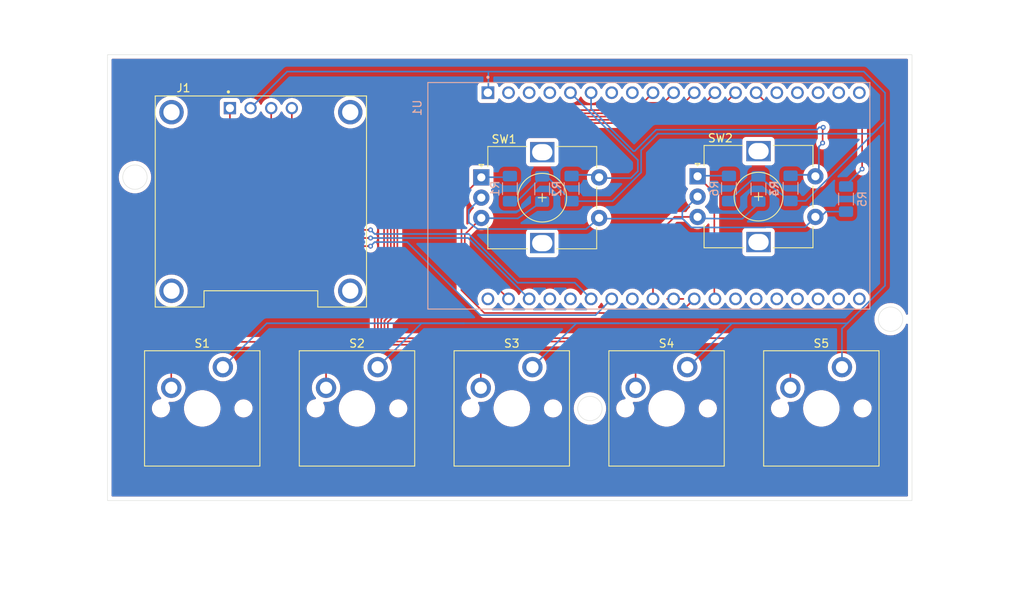
<source format=kicad_pcb>
(kicad_pcb (version 20240108) (generator "pcbnew") (generator_version "8.0")
  (layers (0 "F.Cu" signal) (31 "B.Cu" signal) (34 "B.Paste" user) (35 "F.Paste" user) (36 "B.SilkS" user "B.Silkscreen") (37 "F.SilkS" user "F.Silkscreen") (38 "B.Mask" user) (39 "F.Mask" user) (44 "Edge.Cuts" user))
  (net 0 "")
  (net 1 "Net-(U1-GND1)")
  (net 2 "ROTARY2_CLK")
  (net 3 "ROTARY1_CLK")
  (net 4 "ROTARY1_DT")
  (net 5 "Net-(U1-IO12)")
  (net 6 "Net-(U1-IO25)")
  (net 7 "Net-(J1-SCL)")
  (net 8 "Net-(J1-SDA)")
  (net 9 "Net-(J1-GND)")
  (net 10 "Net-(U1-IO26)")
  (net 20 "Net-(U1-IO27)")
  (net 24 "Net-(U1-IO14)")
  (net 30 "Net-(R5-Pad1)")
  (net 36 "ROTARY1_SW")
  (net 37 "ROTARY2_SW")
  (net 38 "Net-(J1-VCC)")
  (net 39 "ROTARY2_DT")
  (footprint "Rotary_Encoder:RotaryEncoder_Alps_EC12E-Switch_Vertical_H20mm" (layer "F.Cu") (at 114.13 101.03)
    (property "Reference" "SW1" (at 2.8 -4.7 0) (layer "F.SilkS"))
    (property "Value" "RotaryEncoder_Switch")
    (fp_line (start -0.3 -1.6) (end 0.3 -1.6) (stroke (width 0.12)) (layer "F.SilkS"))
    (fp_line (start 0 -1.3) (end -0.3 -1.6) (stroke (width 0.12)) (layer "F.SilkS"))
    (fp_line (start 0.3 -1.6) (end 0 -1.3) (stroke (width 0.12)) (layer "F.SilkS"))
    (fp_line (start 0.8 -3.8) (end 0.8 -1.3) (stroke (width 0.12)) (layer "F.SilkS"))
    (fp_line (start 0.8 8.8) (end 0.8 6) (stroke (width 0.12)) (layer "F.SilkS"))
    (fp_line (start 5.6 -3.8) (end 0.8 -3.8) (stroke (width 0.12)) (layer "F.SilkS"))
    (fp_line (start 5.7 8.8) (end 0.8 8.8) (stroke (width 0.12)) (layer "F.SilkS"))
    (fp_line (start 7 2.5) (end 8 2.5) (stroke (width 0.12)) (layer "F.SilkS"))
    (fp_line (start 7.5 2) (end 7.5 3) (stroke (width 0.12)) (layer "F.SilkS"))
    (fp_line (start 9.3 -3.8) (end 14.2 -3.8) (stroke (width 0.12)) (layer "F.SilkS"))
    (fp_line (start 14.2 -3.8) (end 14.2 -1.2) (stroke (width 0.12)) (layer "F.SilkS"))
    (fp_line (start 14.2 1.2) (end 14.2 3.8) (stroke (width 0.12)) (layer "F.SilkS"))
    (fp_line (start 14.2 6.2) (end 14.2 8.8) (stroke (width 0.12)) (layer "F.SilkS"))
    (fp_line (start 14.2 8.8) (end 9.3 8.8) (stroke (width 0.12)) (layer "F.SilkS"))
    (fp_circle (center 7.5 2.5) (end 10.5 2.5) (stroke (width 0.12)) (fill none) (layer "F.SilkS"))
    (pad "A" thru_hole rect (at 0 0) (size 2 2) (drill 1) (layers "*.Cu" "*.Mask") (net 3 "ROTARY1_CLK"))
    (pad "B" thru_hole circle (at 0 5) (size 2 2) (drill 1) (layers "*.Cu" "*.Mask") (net 4 "ROTARY1_DT"))
    (pad "C" thru_hole circle (at 0 2.5) (size 2 2) (drill 1) (layers "*.Cu" "*.Mask") (net 30 "Net-(R5-Pad1)"))
    (pad "MP" thru_hole rect (at 7.5 -3.1) (size 3 2.5) (drill oval 2.5 2) (layers "*.Cu" "*.Mask"))
    (pad "MP" thru_hole rect (at 7.5 8.1) (size 3 2.5) (drill oval 2.5 2) (layers "*.Cu" "*.Mask"))
    (pad "S1" thru_hole circle (at 14.5 0) (size 2 2) (drill 1) (layers "*.Cu" "*.Mask") (net 36 "ROTARY1_SW"))
    (pad "S2" thru_hole circle (at 14.5 5) (size 2 2) (drill 1) (layers "*.Cu" "*.Mask") (net 30 "Net-(R5-Pad1)"))
  )
  (footprint "ScottoKeebs_MX:MX_PCB_1.00u" (layer "F.Cu") (at 117.88 129.49)
    (property "Reference" "S3" (at 0 -8 0) (layer "F.SilkS"))
    (property "Value" "Keyswitch")
    (fp_line (start -7.1 -7.1) (end -7.1 7.1) (stroke (width 0.12)) (layer "F.SilkS"))
    (fp_line (start -7.1 7.1) (end 7.1 7.1) (stroke (width 0.12)) (layer "F.SilkS"))
    (fp_line (start 7.1 -7.1) (end -7.1 -7.1) (stroke (width 0.12)) (layer "F.SilkS"))
    (fp_line (start 7.1 7.1) (end 7.1 -7.1) (stroke (width 0.12)) (layer "F.SilkS"))
    (pad "" np_thru_hole circle (at -5.08 0) (size 1.75 1.75) (drill 1.75) (layers "*.Cu" "*.Mask"))
    (pad "" np_thru_hole circle (at 0 0) (size 4 4) (drill 4) (layers "*.Cu" "*.Mask"))
    (pad "" np_thru_hole circle (at 5.08 0) (size 1.75 1.75) (drill 1.75) (layers "*.Cu" "*.Mask"))
    (pad "1" thru_hole circle (at -3.81 -2.54) (size 2.5 2.5) (drill 1.5) (layers "*.Cu" "*.Mask") (net 20 "Net-(U1-IO27)"))
    (pad "2" thru_hole circle (at 2.54 -5.08) (size 2.5 2.5) (drill 1.5) (layers "*.Cu" "*.Mask") (net 38 "Net-(J1-VCC)"))
  )
  (footprint "ScottoKeebs_MX:MX_PCB_1.00u" (layer "F.Cu") (at 98.83 129.49)
    (property "Reference" "S2" (at 0 -8 0) (layer "F.SilkS"))
    (property "Value" "Keyswitch")
    (fp_line (start -7.1 -7.1) (end -7.1 7.1) (stroke (width 0.12)) (layer "F.SilkS"))
    (fp_line (start -7.1 7.1) (end 7.1 7.1) (stroke (width 0.12)) (layer "F.SilkS"))
    (fp_line (start 7.1 -7.1) (end -7.1 -7.1) (stroke (width 0.12)) (layer "F.SilkS"))
    (fp_line (start 7.1 7.1) (end 7.1 -7.1) (stroke (width 0.12)) (layer "F.SilkS"))
    (pad "" np_thru_hole circle (at -5.08 0) (size 1.75 1.75) (drill 1.75) (layers "*.Cu" "*.Mask"))
    (pad "" np_thru_hole circle (at 0 0) (size 4 4) (drill 4) (layers "*.Cu" "*.Mask"))
    (pad "" np_thru_hole circle (at 5.08 0) (size 1.75 1.75) (drill 1.75) (layers "*.Cu" "*.Mask"))
    (pad "1" thru_hole circle (at -3.81 -2.54) (size 2.5 2.5) (drill 1.5) (layers "*.Cu" "*.Mask") (net 10 "Net-(U1-IO26)"))
    (pad "2" thru_hole circle (at 2.54 -5.08) (size 2.5 2.5) (drill 1.5) (layers "*.Cu" "*.Mask") (net 38 "Net-(J1-VCC)"))
  )
  (footprint "ScottoKeebs_MX:MX_PCB_1.00u" (layer "F.Cu") (at 79.78 129.49)
    (property "Reference" "S1" (at 0 -8 0) (layer "F.SilkS"))
    (property "Value" "Keyswitch")
    (fp_line (start -7.1 -7.1) (end -7.1 7.1) (stroke (width 0.12)) (layer "F.SilkS"))
    (fp_line (start -7.1 7.1) (end 7.1 7.1) (stroke (width 0.12)) (layer "F.SilkS"))
    (fp_line (start 7.1 -7.1) (end -7.1 -7.1) (stroke (width 0.12)) (layer "F.SilkS"))
    (fp_line (start 7.1 7.1) (end 7.1 -7.1) (stroke (width 0.12)) (layer "F.SilkS"))
    (pad "" np_thru_hole circle (at -5.08 0) (size 1.75 1.75) (drill 1.75) (layers "*.Cu" "*.Mask"))
    (pad "" np_thru_hole circle (at 0 0) (size 4 4) (drill 4) (layers "*.Cu" "*.Mask"))
    (pad "" np_thru_hole circle (at 5.08 0) (size 1.75 1.75) (drill 1.75) (layers "*.Cu" "*.Mask"))
    (pad "1" thru_hole circle (at -3.81 -2.54) (size 2.5 2.5) (drill 1.5) (layers "*.Cu" "*.Mask") (net 6 "Net-(U1-IO25)"))
    (pad "2" thru_hole circle (at 2.54 -5.08) (size 2.5 2.5) (drill 1.5) (layers "*.Cu" "*.Mask") (net 38 "Net-(J1-VCC)"))
  )
  (footprint "ScottoKeebs_MX:MX_PCB_1.00u" (layer "F.Cu") (at 136.93 129.49)
    (property "Reference" "S4" (at 0 -8 0) (layer "F.SilkS"))
    (property "Value" "Keyswitch")
    (fp_line (start -7.1 -7.1) (end -7.1 7.1) (stroke (width 0.12)) (layer "F.SilkS"))
    (fp_line (start -7.1 7.1) (end 7.1 7.1) (stroke (width 0.12)) (layer "F.SilkS"))
    (fp_line (start 7.1 -7.1) (end -7.1 -7.1) (stroke (width 0.12)) (layer "F.SilkS"))
    (fp_line (start 7.1 7.1) (end 7.1 -7.1) (stroke (width 0.12)) (layer "F.SilkS"))
    (pad "" np_thru_hole circle (at -5.08 0) (size 1.75 1.75) (drill 1.75) (layers "*.Cu" "*.Mask"))
    (pad "" np_thru_hole circle (at 0 0) (size 4 4) (drill 4) (layers "*.Cu" "*.Mask"))
    (pad "" np_thru_hole circle (at 5.08 0) (size 1.75 1.75) (drill 1.75) (layers "*.Cu" "*.Mask"))
    (pad "1" thru_hole circle (at -3.81 -2.54) (size 2.5 2.5) (drill 1.5) (layers "*.Cu" "*.Mask") (net 24 "Net-(U1-IO14)"))
    (pad "2" thru_hole circle (at 2.54 -5.08) (size 2.5 2.5) (drill 1.5) (layers "*.Cu" "*.Mask") (net 38 "Net-(J1-VCC)"))
  )
  (footprint "Rotary_Encoder:RotaryEncoder_Alps_EC12E-Switch_Vertical_H20mm" (layer "F.Cu") (at 140.75 100.9)
    (property "Reference" "SW2" (at 2.8 -4.7 0) (layer "F.SilkS"))
    (property "Value" "RotaryEncoder_Switch")
    (fp_line (start -0.3 -1.6) (end 0.3 -1.6) (stroke (width 0.12)) (layer "F.SilkS"))
    (fp_line (start 0 -1.3) (end -0.3 -1.6) (stroke (width 0.12)) (layer "F.SilkS"))
    (fp_line (start 0.3 -1.6) (end 0 -1.3) (stroke (width 0.12)) (layer "F.SilkS"))
    (fp_line (start 0.8 -3.8) (end 0.8 -1.3) (stroke (width 0.12)) (layer "F.SilkS"))
    (fp_line (start 0.8 8.8) (end 0.8 6) (stroke (width 0.12)) (layer "F.SilkS"))
    (fp_line (start 5.6 -3.8) (end 0.8 -3.8) (stroke (width 0.12)) (layer "F.SilkS"))
    (fp_line (start 5.7 8.8) (end 0.8 8.8) (stroke (width 0.12)) (layer "F.SilkS"))
    (fp_line (start 7 2.5) (end 8 2.5) (stroke (width 0.12)) (layer "F.SilkS"))
    (fp_line (start 7.5 2) (end 7.5 3) (stroke (width 0.12)) (layer "F.SilkS"))
    (fp_line (start 9.3 -3.8) (end 14.2 -3.8) (stroke (width 0.12)) (layer "F.SilkS"))
    (fp_line (start 14.2 -3.8) (end 14.2 -1.2) (stroke (width 0.12)) (layer "F.SilkS"))
    (fp_line (start 14.2 1.2) (end 14.2 3.8) (stroke (width 0.12)) (layer "F.SilkS"))
    (fp_line (start 14.2 6.2) (end 14.2 8.8) (stroke (width 0.12)) (layer "F.SilkS"))
    (fp_line (start 14.2 8.8) (end 9.3 8.8) (stroke (width 0.12)) (layer "F.SilkS"))
    (fp_circle (center 7.5 2.5) (end 10.5 2.5) (stroke (width 0.12)) (fill none) (layer "F.SilkS"))
    (pad "A" thru_hole rect (at 0 0) (size 2 2) (drill 1) (layers "*.Cu" "*.Mask") (net 2 "ROTARY2_CLK"))
    (pad "B" thru_hole circle (at 0 5) (size 2 2) (drill 1) (layers "*.Cu" "*.Mask") (net 39 "ROTARY2_DT"))
    (pad "C" thru_hole circle (at 0 2.5) (size 2 2) (drill 1) (layers "*.Cu" "*.Mask") (net 30 "Net-(R5-Pad1)"))
    (pad "MP" thru_hole rect (at 7.5 -3.1) (size 3 2.5) (drill oval 2.5 2) (layers "*.Cu" "*.Mask"))
    (pad "MP" thru_hole rect (at 7.5 8.1) (size 3 2.5) (drill oval 2.5 2) (layers "*.Cu" "*.Mask"))
    (pad "S1" thru_hole circle (at 14.5 0) (size 2 2) (drill 1) (layers "*.Cu" "*.Mask") (net 37 "ROTARY2_SW"))
    (pad "S2" thru_hole circle (at 14.5 5) (size 2 2) (drill 1) (layers "*.Cu" "*.Mask") (net 30 "Net-(R5-Pad1)"))
  )
  (footprint "DM-OLED096-636:MODULE_DM-OLED096-636" (layer "F.Cu") (at 87 104)
    (property "Reference" "J1" (at -9.525 -13.97 0) (layer "F.SilkS"))
    (property "Value" "OLED_128x64")
    (fp_line (start -13 -13) (end 13 -13) (stroke (width 0.127)) (layer "F.SilkS"))
    (fp_line (start -13 13) (end -13 -13) (stroke (width 0.127)) (layer "F.SilkS"))
    (fp_line (start -7 11) (end -7 13) (stroke (width 0.127)) (layer "F.SilkS"))
    (fp_line (start -7 13) (end -13 13) (stroke (width 0.127)) (layer "F.SilkS"))
    (fp_line (start 7 11) (end -7 11) (stroke (width 0.127)) (layer "F.SilkS"))
    (fp_line (start 7 13) (end 7 11) (stroke (width 0.127)) (layer "F.SilkS"))
    (fp_line (start 13 -13) (end 13 13) (stroke (width 0.127)) (layer "F.SilkS"))
    (fp_line (start 13 13) (end 7 13) (stroke (width 0.127)) (layer "F.SilkS"))
    (fp_circle (center -4 -13.5) (end -3.9 -13.5) (stroke (width 0.2)) (fill none) (layer "F.SilkS"))
    (pad "1" thru_hole rect (at -3.81 -11.5) (size 1.508 1.508) (drill 1) (layers "*.Cu" "*.Mask") (net 9 "Net-(J1-GND)"))
    (pad "2" thru_hole circle (at -1.27 -11.5) (size 1.508 1.508) (drill 1) (layers "*.Cu" "*.Mask") (net 38 "Net-(J1-VCC)"))
    (pad "3" thru_hole circle (at 1.27 -11.5) (size 1.508 1.508) (drill 1) (layers "*.Cu" "*.Mask") (net 7 "Net-(J1-SCL)"))
    (pad "4" thru_hole circle (at 3.81 -11.5) (size 1.508 1.508) (drill 1) (layers "*.Cu" "*.Mask") (net 8 "Net-(J1-SDA)"))
    (pad "S1" thru_hole circle (at -11 -11) (size 3 3) (drill 2) (layers "*.Cu" "*.Mask"))
    (pad "S2" thru_hole circle (at 11 -11) (size 3 3) (drill 2) (layers "*.Cu" "*.Mask"))
    (pad "S3" thru_hole circle (at 11 11) (size 3 3) (drill 2) (layers "*.Cu" "*.Mask"))
    (pad "S4" thru_hole circle (at -11 11) (size 3 3) (drill 2) (layers "*.Cu" "*.Mask"))
  )
  (footprint "ScottoKeebs_MX:MX_PCB_1.00u" (layer "F.Cu") (at 155.98 129.49)
    (property "Reference" "S5" (at 0 -8 0) (layer "F.SilkS"))
    (property "Value" "Keyswitch")
    (fp_line (start -7.1 -7.1) (end -7.1 7.1) (stroke (width 0.12)) (layer "F.SilkS"))
    (fp_line (start -7.1 7.1) (end 7.1 7.1) (stroke (width 0.12)) (layer "F.SilkS"))
    (fp_line (start 7.1 -7.1) (end -7.1 -7.1) (stroke (width 0.12)) (layer "F.SilkS"))
    (fp_line (start 7.1 7.1) (end 7.1 -7.1) (stroke (width 0.12)) (layer "F.SilkS"))
    (pad "" np_thru_hole circle (at -5.08 0) (size 1.75 1.75) (drill 1.75) (layers "*.Cu" "*.Mask"))
    (pad "" np_thru_hole circle (at 0 0) (size 4 4) (drill 4) (layers "*.Cu" "*.Mask"))
    (pad "" np_thru_hole circle (at 5.08 0) (size 1.75 1.75) (drill 1.75) (layers "*.Cu" "*.Mask"))
    (pad "1" thru_hole circle (at -3.81 -2.54) (size 2.5 2.5) (drill 1.5) (layers "*.Cu" "*.Mask") (net 5 "Net-(U1-IO12)"))
    (pad "2" thru_hole circle (at 2.54 -5.08) (size 2.5 2.5) (drill 1.5) (layers "*.Cu" "*.Mask") (net 38 "Net-(J1-VCC)"))
  )
  (footprint "Resistor_SMD:R_1206_3216Metric_Pad1.30x1.75mm_HandSolder" (layer "B.Cu") (at 117.65 102.42 -90)
    (property "Reference" "R1" (at 0 1.82 90) (layer "B.SilkS") (effects (justify mirror)))
    (property "Value" "R_Small_US")
    (fp_line (start 0.727064 0.91) (end -0.727064 0.91) (stroke (width 0.12)) (layer "B.SilkS"))
    (fp_line (start 0.727064 -0.91) (end -0.727064 -0.91) (stroke (width 0.12)) (layer "B.SilkS"))
    (pad "1" smd roundrect (at -1.55 0 270) (size 1.3 1.75) (layers "B.Cu" "B.Paste" "B.Mask") (roundrect_rratio 0.192308) (net 3 "ROTARY1_CLK"))
    (pad "2" smd roundrect (at 1.55 0 270) (size 1.3 1.75) (layers "B.Cu" "B.Paste" "B.Mask") (roundrect_rratio 0.192308) (net 38 "Net-(J1-VCC)"))
  )
  (footprint "Resistor_SMD:R_1206_3216Metric_Pad1.30x1.75mm_HandSolder" (layer "B.Cu") (at 152.19 102.38 -90)
    (property "Reference" "R3" (at 0 2 90) (layer "B.SilkS") (effects (justify mirror)))
    (property "Value" "R_Small_US")
    (fp_line (start 0.727064 0.91) (end -0.727064 0.91) (stroke (width 0.12)) (layer "B.SilkS"))
    (fp_line (start 0.727064 -0.91) (end -0.727064 -0.91) (stroke (width 0.12)) (layer "B.SilkS"))
    (pad "1" smd roundrect (at -1.55 0 270) (size 1.3 1.75) (layers "B.Cu" "B.Paste" "B.Mask") (roundrect_rratio 0.192308) (net 37 "ROTARY2_SW"))
    (pad "2" smd roundrect (at 1.55 0 270) (size 1.3 1.75) (layers "B.Cu" "B.Paste" "B.Mask") (roundrect_rratio 0.192308) (net 38 "Net-(J1-VCC)"))
  )
  (footprint "Resistor_SMD:R_1206_3216Metric_Pad1.30x1.75mm_HandSolder" (layer "B.Cu") (at 159.02 103.7 90)
    (property "Reference" "R5" (at 0 2 90) (layer "B.SilkS") (effects (justify mirror)))
    (property "Value" "R_Small_US")
    (fp_line (start 0.727064 -0.91) (end -0.727064 -0.91) (stroke (width 0.12)) (layer "B.SilkS"))
    (fp_line (start 0.727064 0.91) (end -0.727064 0.91) (stroke (width 0.12)) (layer "B.SilkS"))
    (pad "1" smd roundrect (at -1.55 0 90) (size 1.3 1.75) (layers "B.Cu" "B.Paste" "B.Mask") (roundrect_rratio 0.192308) (net 30 "Net-(R5-Pad1)"))
    (pad "2" smd roundrect (at 1.55 0 90) (size 1.3 1.75) (layers "B.Cu" "B.Paste" "B.Mask") (roundrect_rratio 0.192308) (net 1 "Net-(U1-GND1)"))
  )
  (footprint "Resistor_SMD:R_1206_3216Metric_Pad1.30x1.75mm_HandSolder" (layer "B.Cu") (at 125.24 102.41 -90)
    (property "Reference" "R7" (at 0 1.82 90) (layer "B.SilkS") (effects (justify mirror)))
    (property "Value" "R_Small_US")
    (fp_line (start 0.727064 0.91) (end -0.727064 0.91) (stroke (width 0.12)) (layer "B.SilkS"))
    (fp_line (start 0.727064 -0.91) (end -0.727064 -0.91) (stroke (width 0.12)) (layer "B.SilkS"))
    (pad "1" smd roundrect (at -1.55 0 270) (size 1.3 1.75) (layers "B.Cu" "B.Paste" "B.Mask") (roundrect_rratio 0.192308) (net 36 "ROTARY1_SW"))
    (pad "2" smd roundrect (at 1.55 0 270) (size 1.3 1.75) (layers "B.Cu" "B.Paste" "B.Mask") (roundrect_rratio 0.192308) (net 38 "Net-(J1-VCC)"))
  )
  (footprint "Resistor_SMD:R_1206_3216Metric_Pad1.30x1.75mm_HandSolder" (layer "B.Cu") (at 148.24 102.45 90)
    (property "Reference" "R4" (at 0 2 90) (layer "B.SilkS") (effects (justify mirror)))
    (property "Value" "R_Small_US")
    (fp_line (start 0.727064 -0.91) (end -0.727064 -0.91) (stroke (width 0.12)) (layer "B.SilkS"))
    (fp_line (start 0.727064 0.91) (end -0.727064 0.91) (stroke (width 0.12)) (layer "B.SilkS"))
    (pad "1" smd roundrect (at -1.55 0 90) (size 1.3 1.75) (layers "B.Cu" "B.Paste" "B.Mask") (roundrect_rratio 0.192308) (net 39 "ROTARY2_DT"))
    (pad "2" smd roundrect (at 1.55 0 90) (size 1.3 1.75) (layers "B.Cu" "B.Paste" "B.Mask") (roundrect_rratio 0.192308) (net 38 "Net-(J1-VCC)"))
  )
  (footprint "ESP32-DEVKITC-32D:MODULE_ESP32-DEVKITC-32D" (layer "B.Cu") (at 134.7 103.3 -90)
    (property "Reference" "U1" (at -10.829175 28.446045 90) (layer "B.SilkS") (effects (font (size 1.000386 1.000386)) (justify mirror)))
    (property "Value" "ESP32-DEVKITC-32D")
    (fp_line (start -13.95 27.15) (end -13.95 -27.25) (stroke (width 0.127)) (layer "B.SilkS"))
    (fp_line (start 13.95 27.15) (end -13.95 27.15) (stroke (width 0.127)) (layer "B.SilkS"))
    (fp_line (start -13.95 -27.25) (end 13.95 -27.25) (stroke (width 0.127)) (layer "B.SilkS"))
    (fp_line (start 13.95 -27.25) (end 13.95 27.15) (stroke (width 0.127)) (layer "B.SilkS"))
    (fp_circle (center -14.6 19.76) (end -14.5 19.76) (stroke (width 0.2)) (fill none) (layer "B.SilkS"))
    (pad "J2-1" thru_hole rect (at -12.7 19.76 270) (size 1.56 1.56) (drill 1.04) (layers "*.Cu" "*.Mask") (net 38 "Net-(J1-VCC)"))
    (pad "J2-2" thru_hole circle (at -12.7 17.22 270) (size 1.56 1.56) (drill 1.04) (layers "*.Cu" "*.Mask"))
    (pad "J2-3" thru_hole circle (at -12.7 14.68 270) (size 1.56 1.56) (drill 1.04) (layers "*.Cu" "*.Mask"))
    (pad "J2-4" thru_hole circle (at -12.7 12.14 270) (size 1.56 1.56) (drill 1.04) (layers "*.Cu" "*.Mask"))
    (pad "J2-5" thru_hole circle (at -12.7 9.6 270) (size 1.56 1.56) (drill 1.04) (layers "*.Cu" "*.Mask") (net 36 "ROTARY1_SW"))
    (pad "J2-6" thru_hole circle (at -12.7 7.06 270) (size 1.56 1.56) (drill 1.04) (layers "*.Cu" "*.Mask") (net 37 "ROTARY2_SW"))
    (pad "J2-7" thru_hole circle (at -12.7 4.52 270) (size 1.56 1.56) (drill 1.04) (layers "*.Cu" "*.Mask"))
    (pad "J2-8" thru_hole circle (at -12.7 1.98 270) (size 1.56 1.56) (drill 1.04) (layers "*.Cu" "*.Mask"))
    (pad "J2-9" thru_hole circle (at -12.7 -0.56 270) (size 1.56 1.56) (drill 1.04) (layers "*.Cu" "*.Mask") (net 6 "Net-(U1-IO25)"))
    (pad "J2-10" thru_hole circle (at -12.7 -3.1 270) (size 1.56 1.56) (drill 1.04) (layers "*.Cu" "*.Mask") (net 10 "Net-(U1-IO26)"))
    (pad "J2-11" thru_hole circle (at -12.7 -5.64 270) (size 1.56 1.56) (drill 1.04) (layers "*.Cu" "*.Mask") (net 20 "Net-(U1-IO27)"))
    (pad "J2-12" thru_hole circle (at -12.7 -8.18 270) (size 1.56 1.56) (drill 1.04) (layers "*.Cu" "*.Mask") (net 24 "Net-(U1-IO14)"))
    (pad "J2-13" thru_hole circle (at -12.7 -10.72 270) (size 1.56 1.56) (drill 1.04) (layers "*.Cu" "*.Mask") (net 5 "Net-(U1-IO12)"))
    (pad "J2-14" thru_hole circle (at -12.7 -13.26 270) (size 1.56 1.56) (drill 1.04) (layers "*.Cu" "*.Mask") (net 1 "Net-(U1-GND1)"))
    (pad "J2-15" thru_hole circle (at -12.7 -15.8 270) (size 1.56 1.56) (drill 1.04) (layers "*.Cu" "*.Mask"))
    (pad "J2-16" thru_hole circle (at -12.7 -18.34 270) (size 1.56 1.56) (drill 1.04) (layers "*.Cu" "*.Mask"))
    (pad "J2-17" thru_hole circle (at -12.7 -20.88 270) (size 1.56 1.56) (drill 1.04) (layers "*.Cu" "*.Mask"))
    (pad "J2-18" thru_hole circle (at -12.7 -23.42 270) (size 1.56 1.56) (drill 1.04) (layers "*.Cu" "*.Mask"))
    (pad "J2-19" thru_hole circle (at -12.7 -25.96 270) (size 1.56 1.56) (drill 1.04) (layers "*.Cu" "*.Mask"))
    (pad "J3-1" thru_hole circle (at 12.7 19.76 270) (size 1.56 1.56) (drill 1.04) (layers "*.Cu" "*.Mask"))
    (pad "J3-2" thru_hole circle (at 12.7 17.22 270) (size 1.56 1.56) (drill 1.04) (layers "*.Cu" "*.Mask") (net 4 "ROTARY1_DT"))
    (pad "J3-3" thru_hole circle (at 12.7 14.68 270) (size 1.56 1.56) (drill 1.04) (layers "*.Cu" "*.Mask") (net 7 "Net-(J1-SCL)"))
    (pad "J3-4" thru_hole circle (at 12.7 12.14 270) (size 1.56 1.56) (drill 1.04) (layers "*.Cu" "*.Mask"))
    (pad "J3-5" thru_hole circle (at 12.7 9.6 270) (size 1.56 1.56) (drill 1.04) (layers "*.Cu" "*.Mask"))
    (pad "J3-6" thru_hole circle (at 12.7 7.06 270) (size 1.56 1.56) (drill 1.04) (layers "*.Cu" "*.Mask") (net 8 "Net-(J1-SDA)"))
    (pad "J3-7" thru_hole circle (at 12.7 4.52 270) (size 1.56 1.56) (drill 1.04) (layers "*.Cu" "*.Mask") (net 9 "Net-(J1-GND)"))
    (pad "J3-8" thru_hole circle (at 12.7 1.98 270) (size 1.56 1.56) (drill 1.04) (layers "*.Cu" "*.Mask"))
    (pad "J3-9" thru_hole circle (at 12.7 -0.56 270) (size 1.56 1.56) (drill 1.04) (layers "*.Cu" "*.Mask") (net 39 "ROTARY2_DT"))
    (pad "J3-10" thru_hole circle (at 12.7 -3.1 270) (size 1.56 1.56) (drill 1.04) (layers "*.Cu" "*.Mask"))
    (pad "J3-11" thru_hole circle (at 12.7 -5.64 270) (size 1.56 1.56) (drill 1.04) (layers "*.Cu" "*.Mask") (net 3 "ROTARY1_CLK"))
    (pad "J3-12" thru_hole circle (at 12.7 -8.18 270) (size 1.56 1.56) (drill 1.04) (layers "*.Cu" "*.Mask") (net 2 "ROTARY2_CLK"))
    (pad "J3-13" thru_hole circle (at 12.7 -10.72 270) (size 1.56 1.56) (drill 1.04) (layers "*.Cu" "*.Mask"))
    (pad "J3-14" thru_hole circle (at 12.7 -13.26 270) (size 1.56 1.56) (drill 1.04) (layers "*.Cu" "*.Mask"))
    (pad "J3-15" thru_hole circle (at 12.7 -15.8 270) (size 1.56 1.56) (drill 1.04) (layers "*.Cu" "*.Mask"))
    (pad "J3-16" thru_hole circle (at 12.7 -18.34 270) (size 1.56 1.56) (drill 1.04) (layers "*.Cu" "*.Mask"))
    (pad "J3-17" thru_hole circle (at 12.7 -20.88 270) (size 1.56 1.56) (drill 1.04) (layers "*.Cu" "*.Mask"))
    (pad "J3-18" thru_hole circle (at 12.7 -23.42 270) (size 1.56 1.56) (drill 1.04) (layers "*.Cu" "*.Mask"))
    (pad "J3-19" thru_hole circle (at 12.7 -25.96 270) (size 1.56 1.56) (drill 1.04) (layers "*.Cu" "*.Mask"))
  )
  (footprint "Resistor_SMD:R_1206_3216Metric_Pad1.30x1.75mm_HandSolder" (layer "B.Cu") (at 121.62 102.45 90)
    (property "Reference" "R2" (at 0 1.82 90) (layer "B.SilkS") (effects (justify mirror)))
    (property "Value" "R_Small_US")
    (fp_line (start 0.727064 -0.91) (end -0.727064 -0.91) (stroke (width 0.12)) (layer "B.SilkS"))
    (fp_line (start 0.727064 0.91) (end -0.727064 0.91) (stroke (width 0.12)) (layer "B.SilkS"))
    (pad "1" smd roundrect (at -1.55 0 90) (size 1.3 1.75) (layers "B.Cu" "B.Paste" "B.Mask") (roundrect_rratio 0.192308) (net 4 "ROTARY1_DT"))
    (pad "2" smd roundrect (at 1.55 0 90) (size 1.3 1.75) (layers "B.Cu" "B.Paste" "B.Mask") (roundrect_rratio 0.192308) (net 38 "Net-(J1-VCC)"))
  )
  (footprint "Resistor_SMD:R_1206_3216Metric_Pad1.30x1.75mm_HandSolder" (layer "B.Cu") (at 144.61 102.4 -90)
    (property "Reference" "R6" (at 0 1.82 90) (layer "B.SilkS") (effects (justify mirror)))
    (property "Value" "R_Small_US")
    (fp_line (start 0.727064 0.91) (end -0.727064 0.91) (stroke (width 0.12)) (layer "B.SilkS"))
    (fp_line (start 0.727064 -0.91) (end -0.727064 -0.91) (stroke (width 0.12)) (layer "B.SilkS"))
    (pad "1" smd roundrect (at -1.55 0 270) (size 1.3 1.75) (layers "B.Cu" "B.Paste" "B.Mask") (roundrect_rratio 0.192308) (net 2 "ROTARY2_CLK"))
    (pad "2" smd roundrect (at 1.55 0 270) (size 1.3 1.75) (layers "B.Cu" "B.Paste" "B.Mask") (roundrect_rratio 0.192308) (net 38 "Net-(J1-VCC)"))
  )
  (gr_line (start 137 116) (end 139 116) (stroke (width 0.2)) (layer "F.Cu") (net 22))
  (gr_line (start 159.99 88) (end 161.21 88) (stroke (width 0.2)) (layer "B.Cu") (net 38))
  (gr_line (start 148.08 100.78) (end 144.51 103.92) (stroke (width 0.2)) (layer "B.Cu") (net 38))
  (gr_line (start 131 119) (end 112 119) (stroke (width 0.2)) (layer "B.Cu") (net 38))
  (gr_line (start 118.63 106.08) (end 114.18 106.05) (stroke (width 0.2)) (layer "B.Cu") (net 4))
  (gr_line (start 112 119) (end 93 119) (stroke (width 0.2)) (layer "B.Cu") (net 38))
  (gr_line (start 127.02 107.39) (end 128.65 106.02) (stroke (width 0.2)) (layer "B.Cu") (net 30))
  (gr_line (start 114.1 101.01) (end 117.55 101.01) (stroke (width 0.2)) (layer "B.Cu") (net 3))
  (gr_line (start 113.68 107.39) (end 127.02 107.39) (stroke (width 0.2)) (layer "B.Cu") (net 30))
  (gr_line (start 112.58 105.07) (end 112.58 106.59) (stroke (width 0.2)) (layer "B.Cu") (net 30))
  (gr_line (start 149.92 119.01) (end 131 119) (stroke (width 0.2)) (layer "B.Cu") (net 38))
  (gr_line (start 112.58 106.59) (end 113.68 107.39) (stroke (width 0.2)) (layer "B.Cu") (net 30))
  (gr_line (start 152.14 100.72) (end 155.28 100.72) (stroke (width 0.2)) (layer "B.Cu") (net 37))
  (gr_line (start 148.19 104.29) (end 146.24 106.14) (stroke (width 0.2)) (layer "B.Cu") (net 39))
  (gr_line (start 121.58 104.03) (end 118.63 106.08) (stroke (width 0.2)) (layer "B.Cu") (net 4))
  (gr_line (start 144.51 100.83) (end 140.72 100.83) (stroke (width 0.2)) (layer "B.Cu") (net 2))
  (gr_line (start 93 119) (end 88 119) (stroke (width 0.2)) (layer "B.Cu") (net 38))
  (gr_line (start 115 90) (end 115 88) (stroke (width 0.2)) (layer "B.Cu") (net 38))
  (gr_line (start 125.22 100.72) (end 128.65 100.72) (stroke (width 0.2)) (layer "B.Cu") (net 36))
  (gr_line (start 114.12 103.53) (end 112.58 105.07) (stroke (width 0.2)) (layer "B.Cu") (net 30))
  (gr_line (start 146.24 106.14) (end 140.77 106.08) (stroke (width 0.2)) (layer "B.Cu") (net 39))
  (gr_line (start 152.03 103.86) (end 148.08 100.78) (stroke (width 0.2)) (layer "B.Cu") (net 38))
  (gr_circle (center 71.5 101) (end 71.5 102.5) (stroke (width 0.05)) (fill none) (layer "Edge.Cuts"))
  (gr_circle (center 164.5 118.5) (end 166 118.5) (stroke (width 0.05)) (fill none) (layer "Edge.Cuts"))
  (gr_circle (center 127.5 129.5) (end 127.5 131) (stroke (width 0.05)) (fill none) (layer "Edge.Cuts"))
  (gr_rect (start 68.12 85.92) (end 167.14 140.84) (stroke (width 0.05)) (fill none) (layer "Edge.Cuts"))
  (segment (start 161 93.5) (end 160 92.5) (width 0.2) (layer "F.Cu") (net 1))
  (segment (start 149.86 92.5) (end 147.96 90.6) (width 0.2) (layer "F.Cu") (net 1))
  (segment (start 160 92.5) (end 149.86 92.5) (width 0.2) (layer "F.Cu") (net 1))
  (segment (start 161 100) (end 161 93.5) (width 0.2) (layer "F.Cu") (net 1))
  (via (at 161 100) (size 0.6) (drill 0.3) (layers "F.Cu" "B.Cu") (net 1))
  (segment (start 159.02 102.15) (end 159.02 101.98) (width 0.2) (layer "B.Cu") (net 1))
  (segment (start 159.02 101.98) (end 161 100) (width 0.2) (layer "B.Cu") (net 1))
  (segment (start 142.81 102.96) (end 142.81 116.08) (width 0.2) (layer "F.Cu") (net 2))
  (segment (start 140.75 100.9) (end 142.81 102.96) (width 0.2) (layer "F.Cu") (net 2))
  (segment (start 111.69 114.93) (end 114.5 117.74) (width 0.2) (layer "F.Cu") (net 3))
  (segment (start 111.69 103.47) (end 111.69 114.93) (width 0.2) (layer "F.Cu") (net 3))
  (segment (start 114.13 101.03) (end 111.69 103.47) (width 0.2) (layer "F.Cu") (net 3))
  (segment (start 114.5 117.74) (end 138.6 117.74) (width 0.2) (layer "F.Cu") (net 3))
  (segment (start 138.6 117.74) (end 140.34 116) (width 0.2) (layer "F.Cu") (net 3))
  (segment (start 114.13 106.03) (end 112.09 108.07) (width 0.2) (layer "F.Cu") (net 4))
  (segment (start 112.09 110.61) (end 117.48 116) (width 0.2) (layer "F.Cu") (net 4))
  (segment (start 112.09 108.07) (end 112.09 110.61) (width 0.2) (layer "F.Cu") (net 4))
  (segment (start 102.63 118.835686) (end 102.63 120.124314) (width 0.2) (layer "F.Cu") (net 5))
  (segment (start 152.14 124.07) (end 152.17 124.1) (width 0.2) (layer "F.Cu") (net 5))
  (segment (start 106.64 94.34) (end 103.8 97.18) (width 0.2) (layer "F.Cu") (net 5))
  (segment (start 142.88 93.14) (end 135.02 93.14) (width 0.2) (layer "F.Cu") (net 5))
  (segment (start 145.42 90.6) (end 142.88 93.14) (width 0.2) (layer "F.Cu") (net 5))
  (segment (start 152.14 123.96) (end 152.14 124.07) (width 0.2) (layer "F.Cu") (net 5))
  (segment (start 102.63 120.124314) (end 103.342843 120.837157) (width 0.2) (layer "F.Cu") (net 5))
  (segment (start 133.82 94.34) (end 106.64 94.34) (width 0.2) (layer "F.Cu") (net 5))
  (segment (start 103.8 117.665686) (end 102.63 118.835686) (width 0.2) (layer "F.Cu") (net 5))
  (segment (start 135.02 93.14) (end 133.82 94.34) (width 0.2) (layer "F.Cu") (net 5))
  (segment (start 103.8 97.18) (end 103.8 117.665686) (width 0.2) (layer "F.Cu") (net 5))
  (segment (start 103.342843 120.837157) (end 149.017157 120.837157) (width 0.2) (layer "F.Cu") (net 5))
  (segment (start 152.17 124.1) (end 152.17 126.95) (width 0.2) (layer "F.Cu") (net 5))
  (segment (start 149.017157 120.837157) (end 152.14 123.96) (width 0.2) (layer "F.Cu") (net 5))
  (segment (start 133.24 92.62) (end 135.26 90.6) (width 0.2) (layer "F.Cu") (net 6))
  (segment (start 105.95 92.74) (end 102.16 96.53) (width 0.2) (layer "F.Cu") (net 6))
  (segment (start 133.24 92.63) (end 133.24 92.62) (width 0.2) (layer "F.Cu") (net 6))
  (segment (start 133.13 92.74) (end 133.24 92.63) (width 0.2) (layer "F.Cu") (net 6))
  (segment (start 102.16 96.53) (end 102.16 117.034314) (width 0.2) (layer "F.Cu") (net 6))
  (segment (start 77.72 121.29) (end 75.97 123.04) (width 0.2) (layer "F.Cu") (net 6))
  (segment (start 133.13 92.74) (end 105.95 92.74) (width 0.2) (layer "F.Cu") (net 6))
  (segment (start 101 118.194314) (end 101 120.71) (width 0.2) (layer "F.Cu") (net 6))
  (segment (start 102.16 117.034314) (end 101 118.194314) (width 0.2) (layer "F.Cu") (net 6))
  (segment (start 75.97 123.04) (end 75.97 126.95) (width 0.2) (layer "F.Cu") (net 6))
  (segment (start 100.42 121.29) (end 77.72 121.29) (width 0.2) (layer "F.Cu") (net 6))
  (segment (start 101 120.71) (end 100.42 121.29) (width 0.2) (layer "F.Cu") (net 6))
  (segment (start 88.27 92.5) (end 88.27 99.204314) (width 0.2) (layer "F.Cu") (net 7))
  (segment (start 88.27 99.204314) (end 91.782843 102.717157) (width 0.2) (layer "F.Cu") (net 7))
  (segment (start 97.565686 108.5) (end 100.5 108.5) (width 0.2) (layer "F.Cu") (net 7))
  (segment (start 91.782843 102.717157) (end 97.565686 108.5) (width 0.2) (layer "F.Cu") (net 7))
  (via (at 100.5 108.5) (size 0.6) (drill 0.3) (layers "F.Cu" "B.Cu") (net 7))
  (segment (start 100.5 108.5) (end 112.52 108.5) (width 0.2) (layer "B.Cu") (net 7))
  (segment (start 112.52 108.5) (end 120.02 116) (width 0.2) (layer "B.Cu") (net 7))
  (segment (start 97.131372 107.5) (end 90.81 101.178628) (width 0.2) (layer "F.Cu") (net 8))
  (segment (start 100.5 107.5) (end 97.131372 107.5) (width 0.2) (layer "F.Cu") (net 8))
  (segment (start 90.81 101.178628) (end 90.81 92.5) (width 0.2) (layer "F.Cu") (net 8))
  (via (at 100.5 107.5) (size 0.6) (drill 0.3) (layers "F.Cu" "B.Cu") (net 8))
  (segment (start 101 108) (end 112.585686 108) (width 0.2) (layer "B.Cu") (net 8))
  (segment (start 112.585686 108) (end 118.585686 114) (width 0.2) (layer "B.Cu") (net 8))
  (segment (start 100.5 107.5) (end 101 108) (width 0.2) (layer "B.Cu") (net 8))
  (segment (start 125.64 114) (end 127.64 116) (width 0.2) (layer "B.Cu") (net 8))
  (segment (start 118.585686 114) (end 125.64 114) (width 0.2) (layer "B.Cu") (net 8))
  (segment (start 83.19 94.69) (end 98 109.5) (width 0.2) (layer "F.Cu") (net 9))
  (segment (start 83.19 92.5) (end 83.19 94.69) (width 0.2) (layer "F.Cu") (net 9))
  (segment (start 98 109.5) (end 100.5 109.5) (width 0.2) (layer "F.Cu") (net 9))
  (via (at 100.5 109.5) (size 0.6) (drill 0.3) (layers "F.Cu" "B.Cu") (net 9))
  (segment (start 105 109) (end 114 118) (width 0.2) (layer "B.Cu") (net 9))
  (segment (start 128.18 118) (end 130.18 116) (width 0.2) (layer "B.Cu") (net 9))
  (segment (start 100.5 109.5) (end 101 109) (width 0.2) (layer "B.Cu") (net 9))
  (segment (start 114 118) (end 128.18 118) (width 0.2) (layer "B.Cu") (net 9))
  (segment (start 101 109) (end 105 109) (width 0.2) (layer "B.Cu") (net 9))
  (segment (start 102.602157 96.667843) (end 102.587843 96.667843) (width 0.2) (layer "F.Cu") (net 10))
  (segment (start 96.83 121.69) (end 95.02 123.5) (width 0.2) (layer "F.Cu") (net 10))
  (segment (start 106.13 93.14) (end 102.602157 96.667843) (width 0.2) (layer "F.Cu") (net 10))
  (segment (start 101.4 120.875685) (end 100.585685 121.69) (width 0.2) (layer "F.Cu") (net 10))
  (segment (start 137.8 90.6) (end 136.55 91.85) (width 0.2) (layer "F.Cu") (net 10))
  (segment (start 95.02 123.5) (end 95.02 126.95) (width 0.2) (layer "F.Cu") (net 10))
  (segment (start 102.587843 117.172157) (end 101.4 118.36) (width 0.2) (layer "F.Cu") (net 10))
  (segment (start 134.595686 91.85) (end 133.305686 93.14) (width 0.2) (layer "F.Cu") (net 10))
  (segment (start 102.587843 96.667843) (end 102.587843 117.172157) (width 0.2) (layer "F.Cu") (net 10))
  (segment (start 100.585685 121.69) (end 96.83 121.69) (width 0.2) (layer "F.Cu") (net 10))
  (segment (start 101.4 118.36) (end 101.4 120.875685) (width 0.2) (layer "F.Cu") (net 10))
  (segment (start 136.55 91.85) (end 134.595686 91.85) (width 0.2) (layer "F.Cu") (net 10))
  (segment (start 133.305686 93.14) (end 106.13 93.14) (width 0.2) (layer "F.Cu") (net 10))
  (segment (start 114.07 124.97) (end 114.07 126.95) (width 0.2) (layer "F.Cu") (net 20))
  (segment (start 110.75 121.65) (end 114.07 124.97) (width 0.2) (layer "F.Cu") (net 20))
  (segment (start 103.024314 121.65) (end 110.75 121.65) (width 0.2) (layer "F.Cu") (net 20))
  (segment (start 106.3 93.54) (end 102.987843 96.852157) (width 0.2) (layer "F.Cu") (net 20))
  (segment (start 138.654314 92.285686) (end 134.725686 92.285686) (width 0.2) (layer "F.Cu") (net 20))
  (segment (start 101.81 120.435686) (end 103.024314 121.65) (width 0.2) (layer "F.Cu") (net 20))
  (segment (start 101.81 118.515686) (end 101.81 120.435686) (width 0.2) (layer "F.Cu") (net 20))
  (segment (start 102.987843 117.337843) (end 101.81 118.515686) (width 0.2) (layer "F.Cu") (net 20))
  (segment (start 102.987843 96.852157) (end 102.987843 117.337843) (width 0.2) (layer "F.Cu") (net 20))
  (segment (start 133.471372 93.54) (end 106.3 93.54) (width 0.2) (layer "F.Cu") (net 20))
  (segment (start 134.725686 92.285686) (end 133.471372 93.54) (width 0.2) (layer "F.Cu") (net 20))
  (segment (start 140.34 90.6) (end 138.654314 92.285686) (width 0.2) (layer "F.Cu") (net 20))
  (segment (start 103.4 97.01) (end 103.4 117.5) (width 0.2) (layer "F.Cu") (net 24))
  (segment (start 103.4 117.5) (end 102.21 118.69) (width 0.2) (layer "F.Cu") (net 24))
  (segment (start 133.12 124.32) (end 133.12 126.95) (width 0.2) (layer "F.Cu") (net 24))
  (segment (start 133.64 93.94) (end 106.47 93.94) (width 0.2) (layer "F.Cu") (net 24))
  (segment (start 130.05 121.25) (end 133.12 124.32) (width 0.2) (layer "F.Cu") (net 24))
  (segment (start 106.47 93.94) (end 103.4 97.01) (width 0.2) (layer "F.Cu") (net 24))
  (segment (start 102.21 120.27) (end 103.19 121.25) (width 0.2) (layer "F.Cu") (net 24))
  (segment (start 142.88 90.6) (end 140.78 92.7) (width 0.2) (layer "F.Cu") (net 24))
  (segment (start 140.78 92.7) (end 134.88 92.7) (width 0.2) (layer "F.Cu") (net 24))
  (segment (start 102.21 118.69) (end 102.21 120.27) (width 0.2) (layer "F.Cu") (net 24))
  (segment (start 103.19 121.25) (end 130.05 121.25) (width 0.2) (layer "F.Cu") (net 24))
  (segment (start 134.88 92.7) (end 133.64 93.94) (width 0.2) (layer "F.Cu") (net 24))
  (segment (start 138.87 106.08) (end 138.87 105.28) (width 0.2) (layer "B.Cu") (net 30))
  (segment (start 139.99 107.2) (end 139.625 106.835) (width 0.2) (layer "B.Cu") (net 30))
  (segment (start 138.9 106.11) (end 139.625 106.835) (width 0.2) (layer "B.Cu") (net 30))
  (segment (start 156.55 105.25) (end 159.02 105.25) (width 0.2) (layer "B.Cu") (net 30))
  (segment (start 139.625 106.835) (end 138.87 106.08) (width 0.2) (layer "B.Cu") (net 30))
  (segment (start 153.99 107.16) (end 149.11 107.16) (width 0.2) (layer "B.Cu") (net 30))
  (segment (start 138.87 105.28) (end 140.75 103.4) (width 0.2) (layer "B.Cu") (net 30))
  (segment (start 149.11 107.16) (end 149.07 107.2) (width 0.2) (layer "B.Cu") (net 30))
  (segment (start 149.07 107.2) (end 139.99 107.2) (width 0.2) (layer "B.Cu") (net 30))
  (segment (start 155.25 105.9) (end 153.99 107.16) (width 0.2) (layer "B.Cu") (net 30))
  (segment (start 128.56 106.11) (end 138.9 106.11) (width 0.2) (layer "B.Cu") (net 30))
  (segment (start 155.25 105.9) (end 155.9 105.9) (width 0.2) (layer "B.Cu") (net 30))
  (segment (start 155.9 105.9) (end 156.55 105.25) (width 0.2) (layer "B.Cu") (net 30))
  (segment (start 133.4 100.264314) (end 132.544314 101.12) (width 0.2) (layer "B.Cu") (net 36))
  (segment (start 132.544314 101.12) (end 128.63 101.12) (width 0.2) (layer "B.Cu") (net 36))
  (segment (start 125.1 90.6) (end 133.4 98.9) (width 0.2) (layer "B.Cu") (net 36))
  (segment (start 133.4 98.9) (end 133.4 100.264314) (width 0.2) (layer "B.Cu") (net 36))
  (segment (start 156.14 94.95) (end 156.14 96.79) (width 0.2) (layer "F.Cu") (net 37))
  (via (at 156.21 94.87) (size 0.6) (drill 0.3) (layers "F.Cu" "B.Cu") (net 37))
  (via (at 156.14 96.79) (size 0.6) (drill 0.3) (layers "F.Cu" "B.Cu") (net 37))
  (segment (start 155.68 97.25) (end 155.68 100.885685) (width 0.2) (layer "B.Cu") (net 37))
  (segment (start 135.644314 95.16) (end 155.42 95.16) (width 0.2) (layer "B.Cu") (net 37))
  (segment (start 135.567157 95.237157) (end 135.644314 95.16) (width 0.2) (layer "B.Cu") (net 37))
  (segment (start 133.012158 97.792157) (end 133.4 97.404314) (width 0.2) (layer "B.Cu") (net 37))
  (segment (start 155.71 94.87) (end 156.21 94.87) (width 0.2) (layer "B.Cu") (net 37))
  (segment (start 132.857843 97.792157) (end 133.012158 97.792157) (width 0.2) (layer "B.Cu") (net 37))
  (segment (start 156.14 96.79) (end 155.68 97.25) (width 0.2) (layer "B.Cu") (net 37))
  (segment (start 155.42 95.16) (end 155.71 94.87) (width 0.2) (layer "B.Cu") (net 37))
  (segment (start 127.64 90.6) (end 127.64 92.574314) (width 0.2) (layer "B.Cu") (net 37))
  (segment (start 133.4 97.404314) (end 135.567157 95.237157) (width 0.2) (layer "B.Cu") (net 37))
  (segment (start 127.64 92.574314) (end 132.857843 97.792157) (width 0.2) (layer "B.Cu") (net 37))
  (segment (start 144.99 119.01) (end 159.177351 119.01) (width 0.2) (layer "B.Cu") (net 38))
  (segment (start 163.82 94.158478) (end 163.82 93.97) (width 0.2) (layer "B.Cu") (net 38))
  (segment (start 152.447321 103.975304) (end 152.371994 104.071909) (width 0.2) (layer "B.Cu") (net 38))
  (segment (start 152.502625 103.92) (end 152.447321 103.975304) (width 0.2) (layer "B.Cu") (net 38))
  (segment (start 135.84 95.66) (end 162.328478 95.66) (width 0.2) (layer "B.Cu") (net 38))
  (segment (start 154.058478 103.93) (end 162.854239 95.134239) (width 0.2) (layer "B.Cu") (net 38))
  (segment (start 139.47 124.41) (end 139.59 124.41) (width 0.2) (layer "B.Cu") (net 38))
  (segment (start 152.19 103.93) (end 154.058478 103.93) (width 0.2) (layer "B.Cu") (net 38))
  (segment (start 87.73 119) (end 82.32 124.41) (width 0.2) (layer "B.Cu") (net 38))
  (segment (start 121.62 100.9) (end 122.18 100.9) (width 0.2) (layer "B.Cu") (net 38))
  (segment (start 159.177351 119.01) (end 159.273675 118.913675) (width 0.2) (layer "B.Cu") (net 38))
  (segment (start 139.59 124.41) (end 144.99 119.01) (width 0.2) (layer "B.Cu") (net 38))
  (segment (start 163.82 93.97) (end 163.82 90.61) (width 0.2) (layer "B.Cu") (net 38))
  (segment (start 125.24 103.96) (end 130.27 103.96) (width 0.2) (layer "B.Cu") (net 38))
  (segment (start 163.82 114.367351) (end 163.82 93.97) (width 0.2) (layer "B.Cu") (net 38))
  (segment (start 125.488058 104.208058) (end 125.50212 104.192183) (width 0.2) (layer "B.Cu") (net 38))
  (segment (start 159.273675 118.913675) (end 163.82 114.367351) (width 0.2) (layer "B.Cu") (net 38))
  (segment (start 159.273675 118.913675) (end 158.52 119.66735) (width 0.2) (layer "B.Cu") (net 38))
  (segment (start 163.82 90.61) (end 161.21 88) (width 0.2) (layer "B.Cu") (net 38))
  (segment (start 160.07 88) (end 90.23 88) (width 0.2) (layer "B.Cu") (net 38))
  (segment (start 120.42 124.41) (end 125.83 119) (width 0.2) (layer "B.Cu") (net 38))
  (segment (start 90.23 88) (end 85.73 92.5) (width 0.2) (layer "B.Cu") (net 38))
  (segment (start 162.924239 95.054239) (end 163.82 94.158478) (width 0.2) (layer "B.Cu") (net 38))
  (segment (start 117.65 103.97) (end 118.55 103.97) (width 0.2) (layer "B.Cu") (net 38))
  (segment (start 158.52 119.66735) (end 158.52 124.41) (width 0.2) (layer "B.Cu") (net 38))
  (segment (start 118.55 103.97) (end 121.62 100.9) (width 0.2) (layer "B.Cu") (net 38))
  (segment (start 122.18 100.9) (end 125.24 103.96) (width 0.2) (layer "B.Cu") (net 38))
  (segment (start 88 119) (end 87.73 119) (width 0.2) (layer "B.Cu") (net 38))
  (segment (start 133.8 100.43) (end 133.8 97.7) (width 0.2) (layer "B.Cu") (net 38))
  (segment (start 162.398478 95.58) (end 162.924239 95.054239) (width 0.2) (layer "B.Cu") (net 38))
  (segment (start 125.83 119) (end 131 119) (width 0.2) (layer "B.Cu") (net 38))
  (segment (start 133.8 97.7) (end 135.84 95.66) (width 0.2) (layer "B.Cu") (net 38))
  (segment (start 130.27 103.96) (end 133.8 100.43) (width 0.2) (layer "B.Cu") (net 38))
  (segment (start 101.37 124.41) (end 106.78 119) (width 0.2) (layer "B.Cu") (net 38))
  (segment (start 125.51 104.23) (end 125.488058 104.208058) (width 0.2) (layer "B.Cu") (net 38))
  (segment (start 106.78 119) (end 112 119) (width 0.2) (layer "B.Cu") (net 38))
  (segment (start 140.75 105.9) (end 137.92 105.9) (width 0.2) (layer "F.Cu") (net 39))
  (segment (start 137.92 105.9) (end 135.19 108.63) (width 0.2) (layer "F.Cu") (net 39))
  (segment (start 135.26 108.55) (end 135.26 116) (width 0.2) (layer "F.Cu") (net 39))
  (zone (net 0) (net_name "") (layers "F&B.Cu") (connect_pads (clearance 0.5)) (min_thickness 0.25) (fill yes (thermal_gap 0.5) (thermal_bridge_width 0.5) (island_removal_mode 1) (island_area_min 10))
    (polygon (pts (xy 54.89 79.18) (xy 56.58 152.6) (xy 180.93 152.6) (xy 179.74 79.35) (xy 55.06 79.35)))
  )
)
</source>
